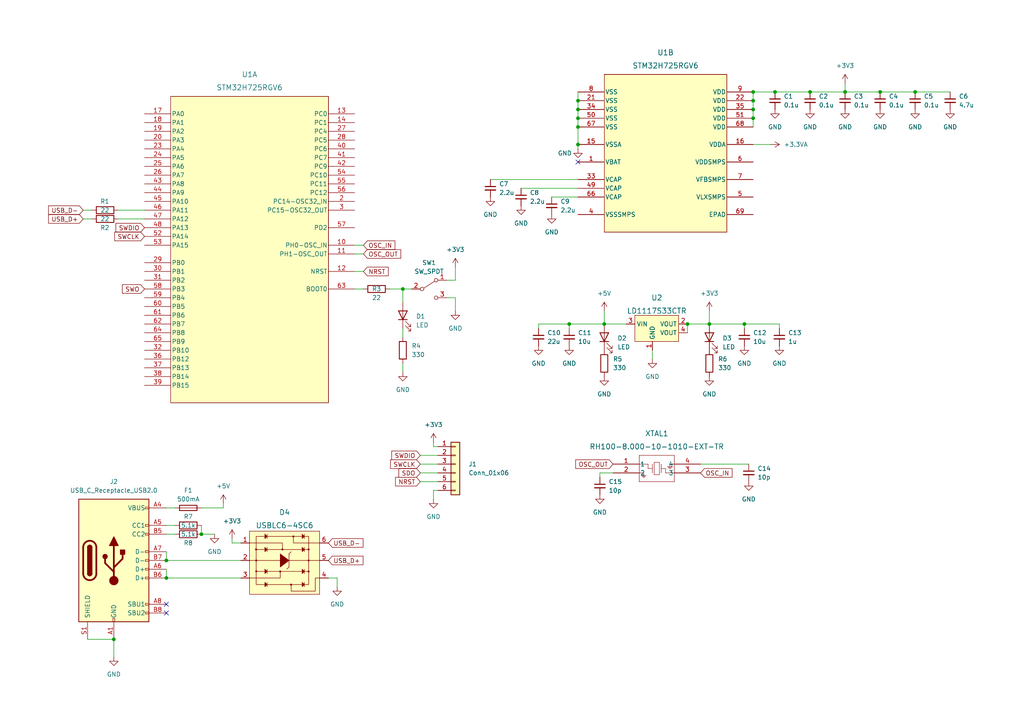
<source format=kicad_sch>
(kicad_sch (version 20211123) (generator eeschema)
  (paper "A4")
  (lib_symbols
    (symbol "Connector:USB_C_Receptacle_USB2.0" (pin_names (offset 1.016))
      (property "Reference" "J" (at -10.16 19.05 0))
      (property "Value" "USB_C_Receptacle_USB2.0" (at 19.05 19.05 0))
      (symbol "USB_C_Receptacle_USB2.0_0_0"
        (rectangle (start -0.254 -17.78) (end 0.254 -16.764))
        (rectangle (start 10.16 -14.986) (end 9.144 -15.494))
        (rectangle (start 10.16 -12.446) (end 9.144 -12.954))
        (rectangle (start 10.16 -4.826) (end 9.144 -5.334))
        (rectangle (start 10.16 -2.286) (end 9.144 -2.794))
        (rectangle (start 10.16 0.254) (end 9.144 -0.254))
        (rectangle (start 10.16 2.794) (end 9.144 2.286))
        (rectangle (start 10.16 7.874) (end 9.144 7.366))
        (rectangle (start 10.16 10.414) (end 9.144 9.906))
        (rectangle (start 10.16 15.494) (end 9.144 14.986))
      )
      (symbol "USB_C_Receptacle_USB2.0_0_1"
        (rectangle (start -10.16 17.78) (end 10.16 -17.78) (stroke (width 0.254)) (fill (type background)))
        (arc (start -8.89 -3.81) (mid -6.985 -5.715) (end -5.08 -3.81) (stroke (width 0.508)))
        (arc (start -7.62 -3.81) (mid -6.985 -4.445) (end -6.35 -3.81) (stroke (width 0.254)))
        (arc (start -7.62 -3.81) (mid -6.985 -4.445) (end -6.35 -3.81) (stroke (width 0.254)) (fill (type outline)))
        (rectangle (start -7.62 -3.81) (end -6.35 3.81) (stroke (width 0.254)) (fill (type outline)))
        (arc (start -6.35 3.81) (mid -6.985 4.445) (end -7.62 3.81) (stroke (width 0.254)))
        (arc (start -6.35 3.81) (mid -6.985 4.445) (end -7.62 3.81) (stroke (width 0.254)) (fill (type outline)))
        (arc (start -5.08 3.81) (mid -6.985 5.715) (end -8.89 3.81) (stroke (width 0.508)))
        (circle (center -2.54 1.143) (radius 0.635) (stroke (width 0.254)) (fill (type outline)))
        (circle (center 0 -5.842) (radius 1.27) (fill (type outline)))
        (polyline (pts (xy -8.89 -3.81) (xy -8.89 3.81)) (stroke (width 0.508)))
        (polyline (pts (xy -5.08 3.81) (xy -5.08 -3.81)) (stroke (width 0.508)))
        (polyline (pts (xy 0 -5.842) (xy 0 4.318)) (stroke (width 0.508)))
        (polyline (pts (xy 0 -3.302) (xy -2.54 -0.762) (xy -2.54 0.508)) (stroke (width 0.508)))
        (polyline (pts (xy 0 -2.032) (xy 2.54 0.508) (xy 2.54 1.778)) (stroke (width 0.508)))
        (polyline (pts (xy -1.27 4.318) (xy 0 6.858) (xy 1.27 4.318) (xy -1.27 4.318)) (stroke (width 0.254)) (fill (type outline)))
        (rectangle (start 1.905 1.778) (end 3.175 3.048) (stroke (width 0.254)) (fill (type outline)))
      )
      (symbol "USB_C_Receptacle_USB2.0_1_1"
        (pin passive line (at 0 -22.86 90) (length 5.08) (name "GND") (number "A1"))
        (pin passive line (at 0 -22.86 90) (length 5.08) hide (name "GND") (number "A12"))
        (pin passive line (at 15.24 15.24 180) (length 5.08) (name "VBUS") (number "A4"))
        (pin bidirectional line (at 15.24 10.16 180) (length 5.08) (name "CC1") (number "A5"))
        (pin bidirectional line (at 15.24 -2.54 180) (length 5.08) (name "D+") (number "A6"))
        (pin bidirectional line (at 15.24 2.54 180) (length 5.08) (name "D-") (number "A7"))
        (pin bidirectional line (at 15.24 -12.7 180) (length 5.08) (name "SBU1") (number "A8"))
        (pin passive line (at 15.24 15.24 180) (length 5.08) hide (name "VBUS") (number "A9"))
        (pin passive line (at 0 -22.86 90) (length 5.08) hide (name "GND") (number "B1"))
        (pin passive line (at 0 -22.86 90) (length 5.08) hide (name "GND") (number "B12"))
        (pin passive line (at 15.24 15.24 180) (length 5.08) hide (name "VBUS") (number "B4"))
        (pin bidirectional line (at 15.24 7.62 180) (length 5.08) (name "CC2") (number "B5"))
        (pin bidirectional line (at 15.24 -5.08 180) (length 5.08) (name "D+") (number "B6"))
        (pin bidirectional line (at 15.24 0 180) (length 5.08) (name "D-") (number "B7"))
        (pin bidirectional line (at 15.24 -15.24 180) (length 5.08) (name "SBU2") (number "B8"))
        (pin passive line (at 15.24 15.24 180) (length 5.08) hide (name "VBUS") (number "B9"))
        (pin passive line (at -7.62 -22.86 90) (length 5.08) (name "SHIELD") (number "S1"))
      )
    )
    (symbol "Connector_Generic:Conn_01x06" (pin_names (offset 1.016) hide)
      (property "Reference" "J" (at 0 7.62 0))
      (property "Value" "Conn_01x06" (at 0 -10.16 0))
      (symbol "Conn_01x06_1_1"
        (rectangle (start -1.27 -7.493) (end 0 -7.747) (stroke (width 0.1524)))
        (rectangle (start -1.27 -4.953) (end 0 -5.207) (stroke (width 0.1524)))
        (rectangle (start -1.27 -2.413) (end 0 -2.667) (stroke (width 0.1524)))
        (rectangle (start -1.27 0.127) (end 0 -0.127) (stroke (width 0.1524)))
        (rectangle (start -1.27 2.667) (end 0 2.413) (stroke (width 0.1524)))
        (rectangle (start -1.27 5.207) (end 0 4.953) (stroke (width 0.1524)))
        (rectangle (start -1.27 6.35) (end 1.27 -8.89) (stroke (width 0.254)) (fill (type background)))
        (pin passive line (at -5.08 5.08 0) (length 3.81) (name "Pin_1") (number "1"))
        (pin passive line (at -5.08 2.54 0) (length 3.81) (name "Pin_2") (number "2"))
        (pin passive line (at -5.08 0 0) (length 3.81) (name "Pin_3") (number "3"))
        (pin passive line (at -5.08 -2.54 0) (length 3.81) (name "Pin_4") (number "4"))
        (pin passive line (at -5.08 -5.08 0) (length 3.81) (name "Pin_5") (number "5"))
        (pin passive line (at -5.08 -7.62 0) (length 3.81) (name "Pin_6") (number "6"))
      )
    )
    (symbol "Device:C_Small" (pin_numbers hide) (pin_names (offset 0.254) hide)
      (property "Reference" "C" (at 0.254 1.778 0))
      (property "Value" "C_Small" (at 0.254 -2.032 0))
      (symbol "C_Small_0_1"
        (polyline (pts (xy -1.524 -0.508) (xy 1.524 -0.508)) (stroke (width 0.3302)))
        (polyline (pts (xy -1.524 0.508) (xy 1.524 0.508)) (stroke (width 0.3048)))
      )
      (symbol "C_Small_1_1"
        (pin passive line (at 0 2.54 270) (length 2.032) (name "~") (number "1"))
        (pin passive line (at 0 -2.54 90) (length 2.032) (name "~") (number "2"))
      )
    )
    (symbol "Device:Fuse" (pin_numbers hide) (pin_names (offset 0))
      (property "Reference" "F" (at 2.032 0 90))
      (property "Value" "Fuse" (at -1.905 0 90))
      (symbol "Fuse_0_1"
        (rectangle (start -0.762 -2.54) (end 0.762 2.54) (stroke (width 0.254)))
        (polyline (pts (xy 0 2.54) (xy 0 -2.54)))
      )
      (symbol "Fuse_1_1"
        (pin passive line (at 0 3.81 270) (length 1.27) (name "~") (number "1"))
        (pin passive line (at 0 -3.81 90) (length 1.27) (name "~") (number "2"))
      )
    )
    (symbol "Device:LED" (pin_numbers hide) (pin_names (offset 1.016) hide)
      (property "Reference" "D" (at 0 2.54 0))
      (property "Value" "LED" (at 0 -2.54 0))
      (symbol "LED_0_1"
        (polyline (pts (xy -1.27 -1.27) (xy -1.27 1.27)) (stroke (width 0.254)))
        (polyline (pts (xy -1.27 0) (xy 1.27 0)))
        (polyline (pts (xy 1.27 -1.27) (xy 1.27 1.27) (xy -1.27 0) (xy 1.27 -1.27)) (stroke (width 0.254)))
        (polyline (pts (xy -3.048 -0.762) (xy -4.572 -2.286) (xy -3.81 -2.286) (xy -4.572 -2.286) (xy -4.572 -1.524)))
        (polyline (pts (xy -1.778 -0.762) (xy -3.302 -2.286) (xy -2.54 -2.286) (xy -3.302 -2.286) (xy -3.302 -1.524)))
      )
      (symbol "LED_1_1"
        (pin passive line (at -3.81 0 0) (length 2.54) (name "K") (number "1"))
        (pin passive line (at 3.81 0 180) (length 2.54) (name "A") (number "2"))
      )
    )
    (symbol "Device:R" (pin_numbers hide) (pin_names (offset 0))
      (property "Reference" "R" (at 2.032 0 90))
      (property "Value" "R" (at 0 0 90))
      (symbol "R_0_1"
        (rectangle (start -1.016 -2.54) (end 1.016 2.54) (stroke (width 0.254)))
      )
      (symbol "R_1_1"
        (pin passive line (at 0 3.81 270) (length 1.27) (name "~") (number "1"))
        (pin passive line (at 0 -3.81 90) (length 1.27) (name "~") (number "2"))
      )
    )
    (symbol "RH100_8_00_10_1010_EXT_TR:RH100-8.000-10-1010-EXT-TR" (pin_names (offset 0.254))
      (property "Reference" "XTAL" (at 12.7 7.62 0))
      (property "Value" "RH100-8.000-10-1010-EXT-TR" (at 12.7 5.08 0))
      (symbol "RH100-8.000-10-1010-EXT-TR_0_1"
        (polyline (pts (xy 7.62 -5.08) (xy 17.78 -5.08)) (stroke (width 0.127)))
        (polyline (pts (xy 7.62 -2.54) (xy 8.89 -2.54)) (stroke (width 0.127)))
        (polyline (pts (xy 7.62 2.54) (xy 7.62 -5.08)) (stroke (width 0.127)))
        (polyline (pts (xy 8.128 -3.302) (xy 9.652 -3.302)) (stroke (width 0.127)))
        (polyline (pts (xy 8.382 -3.556) (xy 9.398 -3.556)) (stroke (width 0.127)))
        (polyline (pts (xy 8.636 -3.81) (xy 9.144 -3.81)) (stroke (width 0.127)))
        (polyline (pts (xy 8.89 -2.54) (xy 8.89 -3.302)) (stroke (width 0.127)))
        (polyline (pts (xy 10.16 -1.27) (xy 10.16 0)) (stroke (width 0.127)))
        (polyline (pts (xy 10.16 0) (xy 7.62 0)) (stroke (width 0.127)))
        (polyline (pts (xy 11.43 -1.27) (xy 10.16 -1.27)) (stroke (width 0.127)))
        (polyline (pts (xy 11.43 0) (xy 11.43 -2.54)) (stroke (width 0.127)))
        (polyline (pts (xy 11.938 -3.048) (xy 13.462 -3.048)) (stroke (width 0.127)))
        (polyline (pts (xy 11.938 0.508) (xy 11.938 -3.048)) (stroke (width 0.127)))
        (polyline (pts (xy 13.462 -3.048) (xy 13.462 0.508)) (stroke (width 0.127)))
        (polyline (pts (xy 13.462 0.508) (xy 11.938 0.508)) (stroke (width 0.127)))
        (polyline (pts (xy 13.97 -1.27) (xy 15.24 -1.27)) (stroke (width 0.127)))
        (polyline (pts (xy 13.97 0) (xy 13.97 -2.54)) (stroke (width 0.127)))
        (polyline (pts (xy 15.24 -2.54) (xy 17.78 -2.54)) (stroke (width 0.127)))
        (polyline (pts (xy 15.24 -1.27) (xy 15.24 -2.54)) (stroke (width 0.127)))
        (polyline (pts (xy 16.51 0) (xy 16.51 -0.762)) (stroke (width 0.127)))
        (polyline (pts (xy 16.764 -1.27) (xy 16.256 -1.27)) (stroke (width 0.127)))
        (polyline (pts (xy 17.018 -1.016) (xy 16.002 -1.016)) (stroke (width 0.127)))
        (polyline (pts (xy 17.272 -0.762) (xy 15.748 -0.762)) (stroke (width 0.127)))
        (polyline (pts (xy 17.78 -5.08) (xy 17.78 2.54)) (stroke (width 0.127)))
        (polyline (pts (xy 17.78 0) (xy 16.51 0)) (stroke (width 0.127)))
        (polyline (pts (xy 17.78 2.54) (xy 7.62 2.54)) (stroke (width 0.127)))
        (pin unspecified line (at 0 0 0) (length 7.62) (name "1") (number "1"))
        (pin unspecified line (at 0 -2.54 0) (length 7.62) (name "2") (number "2"))
        (pin unspecified line (at 25.4 -2.54 180) (length 7.62) (name "3") (number "3"))
        (pin unspecified line (at 25.4 0 180) (length 7.62) (name "4") (number "4"))
      )
    )
    (symbol "STM32H725RGV6_1" (pin_names (offset 0.254))
      (property "Reference" "U" (at 30.48 10.16 0))
      (property "Value" "STM32H725RGV6_1" (at 30.48 7.62 0))
      (symbol "STM32H725RGV6_1_0_1"
        (rectangle (start 7.62 5.08) (end 43.18 -40.64) (fill (type background)))
      )
      (symbol "STM32H725RGV6_1_1_1"
        (polyline (pts (xy 7.62 -83.82) (xy 53.34 -83.82)) (stroke (width 0.127)))
        (polyline (pts (xy 7.62 5.08) (xy 7.62 -83.82)) (stroke (width 0.127)))
        (polyline (pts (xy 53.34 -83.82) (xy 53.34 5.08)) (stroke (width 0.127)))
        (polyline (pts (xy 53.34 5.08) (xy 7.62 5.08)) (stroke (width 0.127)))
        (pin bidirectional line (at 60.96 -38.1 180) (length 7.62) (name "PH0-OSC_IN") (number "10"))
        (pin bidirectional line (at 60.96 -40.64 180) (length 7.62) (name "PH1-OSC_OUT") (number "11"))
        (pin bidirectional line (at 60.96 -45.72 180) (length 7.62) (name "NRST") (number "12"))
        (pin bidirectional line (at 60.96 0 180) (length 7.62) (name "PC0") (number "13"))
        (pin bidirectional line (at 60.96 -2.54 180) (length 7.62) (name "PC1") (number "14"))
        (pin bidirectional line (at 0 0 0) (length 7.62) (name "PA0") (number "17"))
        (pin bidirectional line (at 0 -2.54 0) (length 7.62) (name "PA1") (number "18"))
        (pin bidirectional line (at 0 -5.08 0) (length 7.62) (name "PA2") (number "19"))
        (pin bidirectional line (at 60.96 -25.4 180) (length 7.62) (name "PC14-OSC32_IN") (number "2"))
        (pin bidirectional line (at 0 -7.62 0) (length 7.62) (name "PA3") (number "20"))
        (pin bidirectional line (at 0 -10.16 0) (length 7.62) (name "PA4") (number "23"))
        (pin bidirectional line (at 0 -12.7 0) (length 7.62) (name "PA5") (number "24"))
        (pin bidirectional line (at 0 -15.24 0) (length 7.62) (name "PA6") (number "25"))
        (pin bidirectional line (at 0 -17.78 0) (length 7.62) (name "PA7") (number "26"))
        (pin bidirectional line (at 60.96 -5.08 180) (length 7.62) (name "PC4") (number "27"))
        (pin bidirectional line (at 60.96 -7.62 180) (length 7.62) (name "PC5") (number "28"))
        (pin bidirectional line (at 0 -43.18 0) (length 7.62) (name "PB0") (number "29"))
        (pin bidirectional line (at 60.96 -27.94 180) (length 7.62) (name "PC15-OSC32_OUT") (number "3"))
        (pin bidirectional line (at 0 -45.72 0) (length 7.62) (name "PB1") (number "30"))
        (pin bidirectional line (at 0 -48.26 0) (length 7.62) (name "PB2") (number "31"))
        (pin bidirectional line (at 0 -68.58 0) (length 7.62) (name "PB10") (number "32"))
        (pin bidirectional line (at 0 -71.12 0) (length 7.62) (name "PB12") (number "36"))
        (pin bidirectional line (at 0 -73.66 0) (length 7.62) (name "PB13") (number "37"))
        (pin bidirectional line (at 0 -76.2 0) (length 7.62) (name "PB14") (number "38"))
        (pin bidirectional line (at 0 -78.74 0) (length 7.62) (name "PB15") (number "39"))
        (pin bidirectional line (at 60.96 -10.16 180) (length 7.62) (name "PC6") (number "40"))
        (pin bidirectional line (at 60.96 -12.7 180) (length 7.62) (name "PC7") (number "41"))
        (pin bidirectional line (at 60.96 -15.24 180) (length 7.62) (name "PC9") (number "42"))
        (pin bidirectional line (at 0 -20.32 0) (length 7.62) (name "PA8") (number "43"))
        (pin bidirectional line (at 0 -22.86 0) (length 7.62) (name "PA9") (number "44"))
        (pin bidirectional line (at 0 -25.4 0) (length 7.62) (name "PA10") (number "45"))
        (pin bidirectional line (at 0 -27.94 0) (length 7.62) (name "PA11") (number "46"))
        (pin bidirectional line (at 0 -30.48 0) (length 7.62) (name "PA12") (number "47"))
        (pin bidirectional line (at 0 -33.02 0) (length 7.62) (name "PA13") (number "48"))
        (pin bidirectional line (at 0 -35.56 0) (length 7.62) (name "PA14") (number "52"))
        (pin bidirectional line (at 0 -38.1 0) (length 7.62) (name "PA15") (number "53"))
        (pin bidirectional line (at 60.96 -17.78 180) (length 7.62) (name "PC10") (number "54"))
        (pin bidirectional line (at 60.96 -20.32 180) (length 7.62) (name "PC11") (number "55"))
        (pin bidirectional line (at 60.96 -22.86 180) (length 7.62) (name "PC12") (number "56"))
        (pin bidirectional line (at 60.96 -33.02 180) (length 7.62) (name "PD2") (number "57"))
        (pin bidirectional line (at 0 -50.8 0) (length 7.62) (name "PB3") (number "58"))
        (pin bidirectional line (at 0 -53.34 0) (length 7.62) (name "PB4") (number "59"))
        (pin bidirectional line (at 0 -55.88 0) (length 7.62) (name "PB5") (number "60"))
        (pin bidirectional line (at 0 -58.42 0) (length 7.62) (name "PB6") (number "61"))
        (pin bidirectional line (at 0 -60.96 0) (length 7.62) (name "PB7") (number "62"))
        (pin input line (at 60.96 -50.8 180) (length 7.62) (name "BOOT0") (number "63"))
        (pin bidirectional line (at 0 -63.5 0) (length 7.62) (name "PB8") (number "64"))
        (pin bidirectional line (at 0 -66.04 0) (length 7.62) (name "PB9") (number "65"))
      )
      (symbol "STM32H725RGV6_1_2_1"
        (polyline (pts (xy 7.62 -40.64) (xy 43.18 -40.64)) (stroke (width 0.127)))
        (polyline (pts (xy 7.62 5.08) (xy 7.62 -40.64)) (stroke (width 0.127)))
        (polyline (pts (xy 43.18 -40.64) (xy 43.18 5.08)) (stroke (width 0.127)))
        (polyline (pts (xy 43.18 5.08) (xy 7.62 5.08)) (stroke (width 0.127)))
        (pin power_in line (at 0 -20.32 0) (length 7.62) (name "VBAT") (number "1"))
        (pin power_in line (at 0 -15.24 0) (length 7.62) (name "VSSA") (number "15"))
        (pin power_in line (at 50.8 -15.24 180) (length 7.62) (name "VDDA") (number "16"))
        (pin power_in line (at 0 -2.54 0) (length 7.62) (name "VSS") (number "21"))
        (pin power_in line (at 50.8 -2.54 180) (length 7.62) (name "VDD") (number "22"))
        (pin power_in line (at 0 -25.4 0) (length 7.62) (name "VCAP") (number "33"))
        (pin power_in line (at 0 -5.08 0) (length 7.62) (name "VSS") (number "34"))
        (pin power_in line (at 50.8 -5.08 180) (length 7.62) (name "VDD") (number "35"))
        (pin power_in line (at 0 -35.56 0) (length 7.62) (name "VSSSMPS") (number "4"))
        (pin power_in line (at 0 -27.94 0) (length 7.62) (name "VCAP") (number "49"))
        (pin power_in line (at 50.8 -30.48 180) (length 7.62) (name "VLXSMPS") (number "5"))
        (pin power_in line (at 0 -7.62 0) (length 7.62) (name "VSS") (number "50"))
        (pin power_in line (at 50.8 -7.62 180) (length 7.62) (name "VDD") (number "51"))
        (pin power_in line (at 50.8 -20.32 180) (length 7.62) (name "VDDSMPS") (number "6"))
        (pin power_in line (at 0 -30.48 0) (length 7.62) (name "VCAP") (number "66"))
        (pin power_in line (at 0 -10.16 0) (length 7.62) (name "VSS") (number "67"))
        (pin power_in line (at 50.8 -10.16 180) (length 7.62) (name "VDD") (number "68"))
        (pin unspecified line (at 50.8 -35.56 180) (length 7.62) (name "EPAD") (number "69"))
        (pin power_in line (at 50.8 -25.4 180) (length 7.62) (name "VFBSMPS") (number "7"))
        (pin power_in line (at 0 0 0) (length 7.62) (name "VSS") (number "8"))
        (pin power_in line (at 50.8 0 180) (length 7.62) (name "VDD") (number "9"))
      )
    )
    (symbol "Switch:SW_SPDT" (pin_names (offset 0) hide)
      (property "Reference" "SW" (at 0 4.318 0))
      (property "Value" "SW_SPDT" (at 0 -5.08 0))
      (symbol "SW_SPDT_0_0"
        (circle (center -2.032 0) (radius 0.508))
        (circle (center 2.032 -2.54) (radius 0.508))
      )
      (symbol "SW_SPDT_0_1"
        (polyline (pts (xy -1.524 0.254) (xy 1.651 2.286)))
        (circle (center 2.032 2.54) (radius 0.508))
      )
      (symbol "SW_SPDT_1_1"
        (pin passive line (at 5.08 2.54 180) (length 2.54) (name "A") (number "1"))
        (pin passive line (at -5.08 0 0) (length 2.54) (name "B") (number "2"))
        (pin passive line (at 5.08 -2.54 180) (length 2.54) (name "C") (number "3"))
      )
    )
    (symbol "dk_PMIC-Voltage-Regulators-Linear:LD1117S33CTR"
      (property "Reference" "U" (at 1.27 3.81 0))
      (property "Value" "LD1117S33CTR" (at 1.27 6.35 0))
      (symbol "LD1117S33CTR_1_1"
        (rectangle (start -5.08 2.54) (end 7.62 -5.08) (fill (type background)))
        (pin power_in line (at 0 -7.62 90) (length 2.54) (name "GND") (number "1"))
        (pin power_out line (at 10.16 0 180) (length 2.54) (name "VOUT") (number "2"))
        (pin power_in line (at -7.62 0 0) (length 2.54) (name "VIN") (number "3"))
        (pin power_out line (at 10.16 -2.54 180) (length 2.54) (name "VOUT") (number "4"))
      )
    )
    (symbol "dk_TVS-Diodes:USBLC6-4SC6" (pin_names (offset 1.016))
      (property "Reference" "D" (at -10.16 9.652 0))
      (property "Value" "USBLC6-4SC6" (at 0 -11.176 0))
      (symbol "USBLC6-4SC6_0_1"
        (rectangle (start -10.16 8.509) (end 10.16 -9.779) (fill (type background)))
        (circle (center -8.2804 3.2004) (radius 0.2032) (fill (type outline)))
        (circle (center -8.2296 -3.1496) (radius 0.2032) (fill (type outline)))
        (circle (center -8.2296 0) (radius 0.2032) (fill (type outline)))
        (circle (center -1.27 -3.2004) (radius 0.2032) (fill (type outline)))
        (circle (center -0.635 3.2004) (radius 0.2032) (fill (type outline)))
        (polyline (pts (xy -5.715 -3.175) (xy -8.255 -3.175)))
        (polyline (pts (xy -5.715 3.175) (xy -8.255 3.175)))
        (polyline (pts (xy -5.08 -6.985) (xy 5.08 -6.985)))
        (polyline (pts (xy -5.08 -6.35) (xy -5.08 -7.62)))
        (polyline (pts (xy -5.08 -3.175) (xy 5.08 -3.175)))
        (polyline (pts (xy -5.08 -2.54) (xy -5.08 -3.81)))
        (polyline (pts (xy -5.08 3.175) (xy 5.08 3.175)))
        (polyline (pts (xy -5.08 3.81) (xy -5.08 2.54)))
        (polyline (pts (xy -5.08 6.985) (xy 5.08 6.985)))
        (polyline (pts (xy -5.08 7.62) (xy -5.08 6.35)))
        (polyline (pts (xy 1.27 -1.905) (xy 0.635 -2.54)))
        (polyline (pts (xy 1.27 1.905) (xy 1.27 -1.905)))
        (polyline (pts (xy 1.27 1.905) (xy 1.905 2.54)))
        (polyline (pts (xy 5.715 -6.35) (xy 5.715 -7.62)))
        (polyline (pts (xy 5.715 -3.175) (xy 6.985 -3.175)))
        (polyline (pts (xy 5.715 -2.54) (xy 5.715 -3.81)))
        (polyline (pts (xy 5.715 3.175) (xy 6.985 3.175)))
        (polyline (pts (xy 5.715 3.81) (xy 5.715 2.54)))
        (polyline (pts (xy 5.715 6.35) (xy 5.715 6.35)))
        (polyline (pts (xy 5.715 7.62) (xy 5.715 6.35)))
        (polyline (pts (xy 6.985 0) (xy 1.27 0)))
        (polyline (pts (xy 6.985 3.175) (xy 6.985 3.175)))
        (polyline (pts (xy 10.16 0) (xy 6.985 0)))
        (polyline (pts (xy -10.16 -5.08) (xy -1.27 -5.08) (xy -1.27 -3.175)))
        (polyline (pts (xy -10.16 0) (xy -8.255 0) (xy -1.27 0)))
        (polyline (pts (xy -10.16 5.08) (xy -0.635 5.08) (xy -0.635 3.175)))
        (polyline (pts (xy 10.16 5.08) (xy 2.54 5.08) (xy 2.54 6.985)))
        (polyline (pts (xy -5.715 -6.35) (xy -5.715 -7.62) (xy -5.08 -6.985) (xy -5.715 -6.35)) (fill (type outline)))
        (polyline (pts (xy -5.715 -2.54) (xy -5.715 -3.81) (xy -5.08 -3.175) (xy -5.715 -2.54)) (fill (type outline)))
        (polyline (pts (xy -5.715 3.81) (xy -5.715 2.54) (xy -5.08 3.175) (xy -5.715 3.81)) (fill (type outline)))
        (polyline (pts (xy -5.715 7.62) (xy -5.715 6.35) (xy -5.08 6.985) (xy -5.715 7.62)) (fill (type outline)))
        (polyline (pts (xy -1.27 1.905) (xy -1.27 -1.905) (xy 1.27 0) (xy -1.27 1.905)) (fill (type outline)))
        (polyline (pts (xy 5.08 -6.35) (xy 5.08 -7.62) (xy 5.715 -6.985) (xy 5.08 -6.35)) (fill (type outline)))
        (polyline (pts (xy 5.08 -2.54) (xy 5.08 -3.81) (xy 5.715 -3.175) (xy 5.08 -2.54)) (fill (type outline)))
        (polyline (pts (xy 5.08 3.81) (xy 5.08 2.54) (xy 5.715 3.175) (xy 5.08 3.81)) (fill (type outline)))
        (polyline (pts (xy 5.08 7.62) (xy 5.08 6.35) (xy 5.715 6.985) (xy 5.08 7.62)) (fill (type outline)))
        (polyline (pts (xy 10.16 -5.08) (xy 8.89 -5.08) (xy 8.89 -8.89) (xy 1.905 -8.89) (xy 1.905 -6.985)))
        (circle (center 1.8796 -7.0104) (radius 0.2032) (fill (type outline)))
        (circle (center 2.54 6.9596) (radius 0.2032) (fill (type outline)))
        (circle (center 6.9596 -3.2004) (radius 0.2032) (fill (type outline)))
        (circle (center 6.9596 0) (radius 0.2032) (fill (type outline)))
        (circle (center 6.9596 3.2004) (radius 0.2032) (fill (type outline)))
      )
      (symbol "USBLC6-4SC6_1_1"
        (polyline (pts (xy -5.715 6.985) (xy -8.255 6.985) (xy -8.255 -6.985) (xy -5.715 -6.985)))
        (polyline (pts (xy 5.715 -6.985) (xy 6.985 -6.985) (xy 6.985 6.985) (xy 5.715 6.985)))
        (pin input line (at -12.7 5.08 0) (length 2.54) (name "~") (number "1"))
        (pin power_in line (at -12.7 0 0) (length 2.54) (name "~") (number "2"))
        (pin input line (at -12.7 -5.08 0) (length 2.54) (name "~") (number "3"))
        (pin input line (at 12.7 -5.08 180) (length 2.54) (name "~") (number "4"))
        (pin output line (at 12.7 0 180) (length 2.54) (name "~") (number "5"))
        (pin input line (at 12.7 5.08 180) (length 2.54) (name "~") (number "6"))
      )
    )
    (symbol "power:+3.3VA" (power) (pin_names (offset 0))
      (property "Value" "+3.3VA" (at 0 3.556 0))
      (symbol "+3.3VA_0_1"
        (polyline (pts (xy -0.762 1.27) (xy 0 2.54)))
        (polyline (pts (xy 0 0) (xy 0 2.54)))
        (polyline (pts (xy 0 2.54) (xy 0.762 1.27)))
      )
      (symbol "+3.3VA_1_1"
        (pin power_in line (at 0 0 90) (length 0) hide (name "+3.3VA") (number "1"))
      )
    )
    (symbol "power:+3V3" (power) (pin_names (offset 0))
      (property "Value" "+3V3" (at 0 3.556 0))
      (symbol "+3V3_0_1"
        (polyline (pts (xy -0.762 1.27) (xy 0 2.54)))
        (polyline (pts (xy 0 0) (xy 0 2.54)))
        (polyline (pts (xy 0 2.54) (xy 0.762 1.27)))
      )
      (symbol "+3V3_1_1"
        (pin power_in line (at 0 0 90) (length 0) hide (name "+3V3") (number "1"))
      )
    )
    (symbol "power:+5V" (power) (pin_names (offset 0))
      (property "Value" "+5V" (at 0 3.556 0))
      (symbol "+5V_0_1"
        (polyline (pts (xy -0.762 1.27) (xy 0 2.54)))
        (polyline (pts (xy 0 0) (xy 0 2.54)))
        (polyline (pts (xy 0 2.54) (xy 0.762 1.27)))
      )
      (symbol "+5V_1_1"
        (pin power_in line (at 0 0 90) (length 0) hide (name "+5V") (number "1"))
      )
    )
    (symbol "power:GND" (power) (pin_names (offset 0))
      (property "Value" "GND" (at 0 -3.81 0))
      (symbol "GND_0_1"
        (polyline (pts (xy 0 0) (xy 0 -1.27) (xy 1.27 -1.27) (xy 0 -2.54) (xy -1.27 -1.27) (xy 0 -1.27)))
      )
      (symbol "GND_1_1"
        (pin power_in line (at 0 0 270) (length 0) hide (name "GND") (number "1"))
      )
    )
    (symbol "stm32h725rgtv6:STM32H725RGV6" (pin_names (offset 0.254))
      (property "Reference" "U" (at 30.48 10.16 0))
      (property "Value" "STM32H725RGV6" (at 30.48 7.62 0))
      (symbol "STM32H725RGV6_0_1"
        (rectangle (start 7.62 5.08) (end 53.34 -83.82) (fill (type background)))
      )
      (symbol "STM32H725RGV6_1_1"
        (polyline (pts (xy 7.62 -83.82) (xy 53.34 -83.82)) (stroke (width 0.127)))
        (polyline (pts (xy 7.62 5.08) (xy 7.62 -83.82)) (stroke (width 0.127)))
        (polyline (pts (xy 53.34 -83.82) (xy 53.34 5.08)) (stroke (width 0.127)))
        (polyline (pts (xy 53.34 5.08) (xy 7.62 5.08)) (stroke (width 0.127)))
        (pin bidirectional line (at 60.96 -38.1 180) (length 7.62) (name "PH0-OSC_IN") (number "10"))
        (pin bidirectional line (at 60.96 -40.64 180) (length 7.62) (name "PH1-OSC_OUT") (number "11"))
        (pin bidirectional line (at 60.96 -45.72 180) (length 7.62) (name "NRST") (number "12"))
        (pin bidirectional line (at 60.96 0 180) (length 7.62) (name "PC0") (number "13"))
        (pin bidirectional line (at 60.96 -2.54 180) (length 7.62) (name "PC1") (number "14"))
        (pin bidirectional line (at 0 0 0) (length 7.62) (name "PA0") (number "17"))
        (pin bidirectional line (at 0 -2.54 0) (length 7.62) (name "PA1") (number "18"))
        (pin bidirectional line (at 0 -5.08 0) (length 7.62) (name "PA2") (number "19"))
        (pin bidirectional line (at 60.96 -25.4 180) (length 7.62) (name "PC14-OSC32_IN") (number "2"))
        (pin bidirectional line (at 0 -7.62 0) (length 7.62) (name "PA3") (number "20"))
        (pin bidirectional line (at 0 -10.16 0) (length 7.62) (name "PA4") (number "23"))
        (pin bidirectional line (at 0 -12.7 0) (length 7.62) (name "PA5") (number "24"))
        (pin bidirectional line (at 0 -15.24 0) (length 7.62) (name "PA6") (number "25"))
        (pin bidirectional line (at 0 -17.78 0) (length 7.62) (name "PA7") (number "26"))
        (pin bidirectional line (at 60.96 -5.08 180) (length 7.62) (name "PC4") (number "27"))
        (pin bidirectional line (at 60.96 -7.62 180) (length 7.62) (name "PC5") (number "28"))
        (pin bidirectional line (at 0 -43.18 0) (length 7.62) (name "PB0") (number "29"))
        (pin bidirectional line (at 60.96 -27.94 180) (length 7.62) (name "PC15-OSC32_OUT") (number "3"))
        (pin bidirectional line (at 0 -45.72 0) (length 7.62) (name "PB1") (number "30"))
        (pin bidirectional line (at 0 -48.26 0) (length 7.62) (name "PB2") (number "31"))
        (pin bidirectional line (at 0 -68.58 0) (length 7.62) (name "PB10") (number "32"))
        (pin bidirectional line (at 0 -71.12 0) (length 7.62) (name "PB12") (number "36"))
        (pin bidirectional line (at 0 -73.66 0) (length 7.62) (name "PB13") (number "37"))
        (pin bidirectional line (at 0 -76.2 0) (length 7.62) (name "PB14") (number "38"))
        (pin bidirectional line (at 0 -78.74 0) (length 7.62) (name "PB15") (number "39"))
        (pin bidirectional line (at 60.96 -10.16 180) (length 7.62) (name "PC6") (number "40"))
        (pin bidirectional line (at 60.96 -12.7 180) (length 7.62) (name "PC7") (number "41"))
        (pin bidirectional line (at 60.96 -15.24 180) (length 7.62) (name "PC9") (number "42"))
        (pin bidirectional line (at 0 -20.32 0) (length 7.62) (name "PA8") (number "43"))
        (pin bidirectional line (at 0 -22.86 0) (length 7.62) (name "PA9") (number "44"))
        (pin bidirectional line (at 0 -25.4 0) (length 7.62) (name "PA10") (number "45"))
        (pin bidirectional line (at 0 -27.94 0) (length 7.62) (name "PA11") (number "46"))
        (pin bidirectional line (at 0 -30.48 0) (length 7.62) (name "PA12") (number "47"))
        (pin bidirectional line (at 0 -33.02 0) (length 7.62) (name "PA13") (number "48"))
        (pin bidirectional line (at 0 -35.56 0) (length 7.62) (name "PA14") (number "52"))
        (pin bidirectional line (at 0 -38.1 0) (length 7.62) (name "PA15") (number "53"))
        (pin bidirectional line (at 60.96 -17.78 180) (length 7.62) (name "PC10") (number "54"))
        (pin bidirectional line (at 60.96 -20.32 180) (length 7.62) (name "PC11") (number "55"))
        (pin bidirectional line (at 60.96 -22.86 180) (length 7.62) (name "PC12") (number "56"))
        (pin bidirectional line (at 60.96 -33.02 180) (length 7.62) (name "PD2") (number "57"))
        (pin bidirectional line (at 0 -50.8 0) (length 7.62) (name "PB3") (number "58"))
        (pin bidirectional line (at 0 -53.34 0) (length 7.62) (name "PB4") (number "59"))
        (pin bidirectional line (at 0 -55.88 0) (length 7.62) (name "PB5") (number "60"))
        (pin bidirectional line (at 0 -58.42 0) (length 7.62) (name "PB6") (number "61"))
        (pin bidirectional line (at 0 -60.96 0) (length 7.62) (name "PB7") (number "62"))
        (pin input line (at 60.96 -50.8 180) (length 7.62) (name "BOOT0") (number "63"))
        (pin bidirectional line (at 0 -63.5 0) (length 7.62) (name "PB8") (number "64"))
        (pin bidirectional line (at 0 -66.04 0) (length 7.62) (name "PB9") (number "65"))
      )
      (symbol "STM32H725RGV6_2_1"
        (polyline (pts (xy 7.62 -40.64) (xy 43.18 -40.64)) (stroke (width 0.127)))
        (polyline (pts (xy 7.62 5.08) (xy 7.62 -40.64)) (stroke (width 0.127)))
        (polyline (pts (xy 43.18 -40.64) (xy 43.18 5.08)) (stroke (width 0.127)))
        (polyline (pts (xy 43.18 5.08) (xy 7.62 5.08)) (stroke (width 0.127)))
        (pin power_in line (at 0 -20.32 0) (length 7.62) (name "VBAT") (number "1"))
        (pin power_in line (at 0 -15.24 0) (length 7.62) (name "VSSA") (number "15"))
        (pin power_in line (at 50.8 -15.24 180) (length 7.62) (name "VDDA") (number "16"))
        (pin power_in line (at 0 -2.54 0) (length 7.62) (name "VSS") (number "21"))
        (pin power_in line (at 50.8 -2.54 180) (length 7.62) (name "VDD") (number "22"))
        (pin power_in line (at 0 -25.4 0) (length 7.62) (name "VCAP") (number "33"))
        (pin power_in line (at 0 -5.08 0) (length 7.62) (name "VSS") (number "34"))
        (pin power_in line (at 50.8 -5.08 180) (length 7.62) (name "VDD") (number "35"))
        (pin power_in line (at 0 -35.56 0) (length 7.62) (name "VSSSMPS") (number "4"))
        (pin power_in line (at 0 -27.94 0) (length 7.62) (name "VCAP") (number "49"))
        (pin power_in line (at 50.8 -30.48 180) (length 7.62) (name "VLXSMPS") (number "5"))
        (pin power_in line (at 0 -7.62 0) (length 7.62) (name "VSS") (number "50"))
        (pin power_in line (at 50.8 -7.62 180) (length 7.62) (name "VDD") (number "51"))
        (pin power_in line (at 50.8 -20.32 180) (length 7.62) (name "VDDSMPS") (number "6"))
        (pin power_in line (at 0 -30.48 0) (length 7.62) (name "VCAP") (number "66"))
        (pin power_in line (at 0 -10.16 0) (length 7.62) (name "VSS") (number "67"))
        (pin power_in line (at 50.8 -10.16 180) (length 7.62) (name "VDD") (number "68"))
        (pin unspecified line (at 50.8 -35.56 180) (length 7.62) (name "EPAD") (number "69"))
        (pin power_in line (at 50.8 -25.4 180) (length 7.62) (name "VFBSMPS") (number "7"))
        (pin power_in line (at 0 0 0) (length 7.62) (name "VSS") (number "8"))
        (pin power_in line (at 50.8 0 180) (length 7.62) (name "VDD") (number "9"))
      )
    )
  )
  (junction (at 199.39 93.98))
  (junction (at 224.79 26.67))
  (junction (at 167.64 41.91))
  (junction (at 48.26 167.64))
  (junction (at 167.64 34.29))
  (junction (at 234.95 26.67))
  (junction (at 58.42 154.94))
  (junction (at 167.64 31.75))
  (junction (at 116.84 83.82))
  (junction (at 255.27 26.67))
  (junction (at 167.64 36.83))
  (junction (at 218.44 26.67))
  (junction (at 33.02 185.42))
  (junction (at 205.74 93.98))
  (junction (at 265.43 26.67))
  (junction (at 218.44 31.75))
  (junction (at 165.1 93.98))
  (junction (at 218.44 29.21))
  (junction (at 48.26 162.56))
  (junction (at 167.64 29.21))
  (junction (at 215.9 93.98))
  (junction (at 245.11 26.67))
  (junction (at 175.26 93.98))
  (junction (at 218.44 34.29))
  (no_connect (at 48.26 175.26))
  (no_connect (at 167.64 46.99))
  (no_connect (at 48.26 177.8))
  (wire (pts (xy 255.27 26.67) (xy 245.11 26.67)))
  (wire (pts (xy 102.87 83.82) (xy 105.41 83.82)))
  (wire (pts (xy 160.02 57.15) (xy 167.64 57.15)))
  (wire (pts (xy 102.87 78.74) (xy 105.41 78.74)))
  (wire (pts (xy 121.92 137.16) (xy 127 137.16)))
  (wire (pts (xy 132.08 86.36) (xy 132.08 90.17)))
  (wire (pts (xy 151.13 54.61) (xy 167.64 54.61)))
  (wire (pts (xy 218.44 31.75) (xy 218.44 29.21)))
  (wire (pts (xy 218.44 36.83) (xy 218.44 34.29)))
  (wire (pts (xy 129.54 81.28) (xy 132.08 81.28)))
  (wire (pts (xy 167.64 26.67) (xy 167.64 29.21)))
  (wire (pts (xy 58.42 154.94) (xy 62.23 154.94)))
  (wire (pts (xy 142.24 52.07) (xy 167.64 52.07)))
  (wire (pts (xy 165.1 93.98) (xy 175.26 93.98)))
  (wire (pts (xy 67.31 157.48) (xy 67.31 156.21)))
  (wire (pts (xy 58.42 147.32) (xy 64.77 147.32)))
  (wire (pts (xy 177.8 137.16) (xy 173.99 137.16)))
  (wire (pts (xy 24.13 63.5) (xy 26.67 63.5)))
  (wire (pts (xy 121.92 132.08) (xy 127 132.08)))
  (wire (pts (xy 48.26 160.02) (xy 48.26 162.56)))
  (wire (pts (xy 189.23 101.6) (xy 189.23 104.14)))
  (wire (pts (xy 33.02 185.42) (xy 33.02 190.5)))
  (wire (pts (xy 95.25 167.64) (xy 97.79 167.64)))
  (wire (pts (xy 199.39 93.98) (xy 205.74 93.98)))
  (wire (pts (xy 132.08 86.36) (xy 129.54 86.36)))
  (wire (pts (xy 167.64 43.18) (xy 167.64 41.91)))
  (wire (pts (xy 205.74 93.98) (xy 205.74 90.17)))
  (wire (pts (xy 165.1 95.25) (xy 165.1 93.98)))
  (wire (pts (xy 215.9 93.98) (xy 205.74 93.98)))
  (wire (pts (xy 34.29 63.5) (xy 41.91 63.5)))
  (wire (pts (xy 218.44 26.67) (xy 224.79 26.67)))
  (wire (pts (xy 167.64 36.83) (xy 167.64 41.91)))
  (wire (pts (xy 58.42 152.4) (xy 58.42 154.94)))
  (wire (pts (xy 127 129.54) (xy 125.73 129.54)))
  (wire (pts (xy 226.06 95.25) (xy 226.06 93.98)))
  (wire (pts (xy 48.26 165.1) (xy 48.26 167.64)))
  (wire (pts (xy 234.95 26.67) (xy 224.79 26.67)))
  (wire (pts (xy 127 142.24) (xy 125.73 142.24)))
  (wire (pts (xy 275.59 26.67) (xy 265.43 26.67)))
  (wire (pts (xy 156.21 93.98) (xy 165.1 93.98)))
  (wire (pts (xy 245.11 26.67) (xy 245.11 24.13)))
  (wire (pts (xy 125.73 129.54) (xy 125.73 128.27)))
  (wire (pts (xy 173.99 137.16) (xy 173.99 138.43)))
  (wire (pts (xy 64.77 147.32) (xy 64.77 146.05)))
  (wire (pts (xy 24.13 60.96) (xy 26.67 60.96)))
  (wire (pts (xy 199.39 96.52) (xy 199.39 93.98)))
  (wire (pts (xy 116.84 95.25) (xy 116.84 97.79)))
  (wire (pts (xy 121.92 134.62) (xy 127 134.62)))
  (wire (pts (xy 175.26 93.98) (xy 181.61 93.98)))
  (wire (pts (xy 167.64 29.21) (xy 167.64 31.75)))
  (wire (pts (xy 215.9 95.25) (xy 215.9 93.98)))
  (wire (pts (xy 48.26 154.94) (xy 50.8 154.94)))
  (wire (pts (xy 48.26 152.4) (xy 50.8 152.4)))
  (wire (pts (xy 167.64 31.75) (xy 167.64 34.29)))
  (wire (pts (xy 116.84 83.82) (xy 119.38 83.82)))
  (wire (pts (xy 25.4 185.42) (xy 33.02 185.42)))
  (wire (pts (xy 69.85 157.48) (xy 67.31 157.48)))
  (wire (pts (xy 116.84 83.82) (xy 116.84 87.63)))
  (wire (pts (xy 167.64 34.29) (xy 167.64 36.83)))
  (wire (pts (xy 34.29 60.96) (xy 41.91 60.96)))
  (wire (pts (xy 245.11 26.67) (xy 234.95 26.67)))
  (wire (pts (xy 102.87 73.66) (xy 105.41 73.66)))
  (wire (pts (xy 48.26 167.64) (xy 69.85 167.64)))
  (wire (pts (xy 125.73 142.24) (xy 125.73 144.78)))
  (wire (pts (xy 121.92 139.7) (xy 127 139.7)))
  (wire (pts (xy 265.43 26.67) (xy 255.27 26.67)))
  (wire (pts (xy 218.44 29.21) (xy 218.44 26.67)))
  (wire (pts (xy 102.87 71.12) (xy 105.41 71.12)))
  (wire (pts (xy 226.06 93.98) (xy 215.9 93.98)))
  (wire (pts (xy 48.26 162.56) (xy 69.85 162.56)))
  (wire (pts (xy 97.79 167.64) (xy 97.79 170.18)))
  (wire (pts (xy 116.84 107.95) (xy 116.84 105.41)))
  (wire (pts (xy 132.08 81.28) (xy 132.08 77.47)))
  (wire (pts (xy 48.26 147.32) (xy 50.8 147.32)))
  (wire (pts (xy 203.2 134.62) (xy 217.17 134.62)))
  (wire (pts (xy 156.21 95.25) (xy 156.21 93.98)))
  (wire (pts (xy 175.26 90.17) (xy 175.26 93.98)))
  (wire (pts (xy 218.44 41.91) (xy 223.52 41.91)))
  (wire (pts (xy 113.03 83.82) (xy 116.84 83.82)))
  (wire (pts (xy 218.44 34.29) (xy 218.44 31.75)))
  (global_label "SWDIO" (shape input) (at 41.91 66.04 180) (property "Intersheet References" "${INTERSHEET_REFS}" (effects hide)))
  (global_label "OSC_OUT" (shape input) (at 177.8 134.62 180) (property "Intersheet References" "${INTERSHEET_REFS}" (effects hide)))
  (global_label "USB_D-" (shape input) (at 95.25 157.48 0) (property "Intersheet References" "${INTERSHEET_REFS}" (effects hide)))
  (global_label "NRST" (shape input) (at 105.41 78.74 0) (property "Intersheet References" "${INTERSHEET_REFS}" (effects hide)))
  (global_label "SWDIO" (shape input) (at 121.92 132.08 180) (property "Intersheet References" "${INTERSHEET_REFS}" (effects hide)))
  (global_label "OSC_IN" (shape input) (at 105.41 71.12 0) (property "Intersheet References" "${INTERSHEET_REFS}" (effects hide)))
  (global_label "SDO" (shape input) (at 121.92 137.16 180) (property "Intersheet References" "${INTERSHEET_REFS}" (effects hide)))
  (global_label "OSC_OUT" (shape input) (at 105.41 73.66 0) (property "Intersheet References" "${INTERSHEET_REFS}" (effects hide)))
  (global_label "SWCLK" (shape input) (at 121.92 134.62 180) (property "Intersheet References" "${INTERSHEET_REFS}" (effects hide)))
  (global_label "OSC_IN" (shape input) (at 203.2 137.16 0) (property "Intersheet References" "${INTERSHEET_REFS}" (effects hide)))
  (global_label "USB_D-" (shape input) (at 24.13 60.96 180) (property "Intersheet References" "${INTERSHEET_REFS}" (effects hide)))
  (global_label "USB_D+" (shape input) (at 95.25 162.56 0) (property "Intersheet References" "${INTERSHEET_REFS}" (effects hide)))
  (global_label "NRST" (shape input) (at 121.92 139.7 180) (property "Intersheet References" "${INTERSHEET_REFS}" (effects hide)))
  (global_label "USB_D+" (shape input) (at 24.13 63.5 180) (property "Intersheet References" "${INTERSHEET_REFS}" (effects hide)))
  (global_label "SWCLK" (shape input) (at 41.91 68.58 180) (property "Intersheet References" "${INTERSHEET_REFS}" (effects hide)))
  (global_label "SWO" (shape input) (at 41.91 83.82 180) (property "Intersheet References" "${INTERSHEET_REFS}" (effects hide)))
  (symbol (lib_id "Device:C_Small") (at 255.27 29.21 0) (unit 1)
    (property "Reference" "C4" (at 257.81 27.9462 0) (effects (justify left)))
    (property "Value" "0.1u" (at 257.81 30.4862 0) (effects (justify left)))
    (property "Footprint" "Capacitor_SMD:C_0603_1608Metric" (effects hide))
  )
  (symbol (lib_id "power:+5V") (at 175.26 90.17 0) (unit 1)
    (property "Reference" "#PWR015" (effects hide))
    (property "Value" "+5V" (at 175.26 85.09 0))
  )
  (symbol (lib_id "Device:C_Small") (at 265.43 29.21 0) (unit 1)
    (property "Reference" "C5" (at 267.97 27.9462 0) (effects (justify left)))
    (property "Value" "0.1u" (at 267.97 30.4862 0) (effects (justify left)))
    (property "Footprint" "Capacitor_SMD:C_0603_1608Metric" (effects hide))
  )
  (symbol (lib_id "power:+3.3VA") (at 223.52 41.91 270) (unit 1)
    (property "Reference" "#PWR08" (effects hide))
    (property "Value" "+3.3VA" (at 227.33 41.9099 90) (effects (justify left)))
  )
  (symbol (lib_id "Device:R") (at 30.48 60.96 90) (unit 1)
    (property "Reference" "R1" (at 31.75 58.42 90) (effects (justify left)))
    (property "Value" "22" (at 31.75 60.96 90) (effects (justify left)))
    (property "Footprint" "Resistor_SMD:R_0603_1608Metric" (effects hide))
  )
  (symbol (lib_id "stm32h725rgtv6:STM32H725RGV6") (at 41.91 33.02 0) (unit 1)
    (property "Reference" "U1" (at 72.39 21.59 0) (effects (font (size 1.524 1.524))))
    (property "Value" "STM32H725RGV6" (at 72.39 25.4 0) (effects (font (size 1.524 1.524))))
    (property "Footprint" "stm32h725rgtv6:VFQFPN68_8x8mm_STM" (effects hide))
    (property "Datasheet" "https://www.st.com/resource/en/datasheet/stm32h725ag.pdf" (effects hide))
  )
  (symbol (lib_id "Device:R") (at 175.26 105.41 0) (unit 1)
    (property "Reference" "R5" (at 177.8 104.1399 0) (effects (justify left)))
    (property "Value" "330" (at 177.8 106.6799 0) (effects (justify left)))
    (property "Footprint" "Resistor_SMD:R_0603_1608Metric" (effects hide))
  )
  (symbol (lib_id "Device:R") (at 54.61 152.4 90) (unit 1)
    (property "Reference" "R7" (at 54.61 149.86 90))
    (property "Value" "5.1k" (at 54.61 152.4 90))
    (property "Footprint" "Resistor_SMD:R_0603_1608Metric" (effects hide))
  )
  (symbol (lib_id "Device:Fuse") (at 54.61 147.32 90) (unit 1)
    (property "Reference" "F1" (at 54.61 142.24 90))
    (property "Value" "500mA" (at 54.61 144.78 90))
    (property "Footprint" "Fuse:Fuse_0805_2012Metric" (effects hide))
  )
  (symbol (lib_id "power:+3V3") (at 125.73 128.27 0) (unit 1)
    (property "Reference" "#PWR025" (effects hide))
    (property "Value" "+3V3" (at 125.73 123.19 0))
  )
  (symbol (lib_id "dk_PMIC-Voltage-Regulators-Linear:LD1117S33CTR") (at 189.23 93.98 0) (unit 1)
    (property "Reference" "U2" (at 190.5 86.36 0) (effects (font (size 1.524 1.524))))
    (property "Value" "LD1117S33CTR" (at 190.5 90.17 0) (effects (font (size 1.524 1.524))))
    (property "Footprint" "digikey-footprints:SOT-223" (effects hide))
    (property "Datasheet" "http://www.st.com/content/ccc/resource/technical/document/datasheet/99/3b/7d/91/91/51/4b/be/CD00000544.pdf/files/CD00000544.pdf/jcr:content/translations/en.CD00000544.pdf" (effects hide))
    (property "Digi-Key_PN" "497-1241-1-ND" (effects hide))
    (property "MPN" "LD1117S33CTR" (effects hide))
    (property "Category" "Integrated Circuits (ICs)" (effects hide))
    (property "Family" "PMIC - Voltage Regulators - Linear" (effects hide))
    (property "DK_Datasheet_Link" "http://www.st.com/content/ccc/resource/technical/document/datasheet/99/3b/7d/91/91/51/4b/be/CD00000544.pdf/files/CD00000544.pdf/jcr:content/translations/en.CD00000544.pdf" (effects hide))
    (property "DK_Detail_Page" "/product-detail/en/stmicroelectronics/LD1117S33CTR/497-1241-1-ND/586241" (effects hide))
    (property "Description" "IC REG LINEAR 3.3V 800MA SOT223" (effects hide))
    (property "Manufacturer" "STMicroelectronics" (effects hide))
    (property "Status" "Active" (effects hide))
  )
  (symbol (lib_id "power:+3V3") (at 132.08 77.47 0) (unit 1)
    (property "Reference" "#PWR013" (effects hide))
    (property "Value" "+3V3" (at 132.08 72.39 0))
  )
  (symbol (lib_id "power:GND") (at 189.23 104.14 0) (unit 1)
    (property "Reference" "#PWR021" (effects hide))
    (property "Value" "GND" (at 189.23 109.22 0))
  )
  (symbol (lib_id "power:GND") (at 173.99 143.51 0) (unit 1)
    (property "Reference" "#PWR027" (effects hide))
    (property "Value" "GND" (at 173.99 148.59 0))
  )
  (symbol (lib_id "Device:C_Small") (at 275.59 29.21 0) (unit 1)
    (property "Reference" "C6" (at 278.13 27.9462 0) (effects (justify left)))
    (property "Value" "4.7u" (at 278.13 30.4862 0) (effects (justify left)))
    (property "Footprint" "Capacitor_SMD:C_0603_1608Metric" (effects hide))
  )
  (symbol (lib_id "Connector_Generic:Conn_01x06") (at 132.08 134.62 0) (unit 1)
    (property "Reference" "J1" (at 135.89 134.6199 0) (effects (justify left)))
    (property "Value" "Conn_01x06" (at 135.89 137.1599 0) (effects (justify left)))
    (property "Footprint" "Connector_FFC-FPC:Hirose_FH12-8S-0.5SH_1x08-1MP_P0.50mm_Horizontal" (effects hide))
  )
  (symbol (lib_id "dk_TVS-Diodes:USBLC6-4SC6") (at 82.55 162.56 0) (unit 1)
    (property "Reference" "D4" (at 82.55 148.59 0) (effects (font (size 1.524 1.524))))
    (property "Value" "USBLC6-4SC6" (at 82.55 152.4 0) (effects (font (size 1.524 1.524))))
    (property "Footprint" "digikey-footprints:SOT23-6L" (effects hide))
    (property "Datasheet" "http://www.st.com/content/ccc/resource/technical/document/datasheet/9a/e6/1c/4f/b6/9a/44/e6/CD00047494.pdf/files/CD00047494.pdf/jcr:content/translations/en.CD00047494.pdf" (effects hide))
    (property "Digi-Key_PN" "497-4492-1-ND" (effects hide))
    (property "MPN" "USBLC6-4SC6" (effects hide))
    (property "Category" "Circuit Protection" (effects hide))
    (property "Family" "TVS - Diodes" (effects hide))
    (property "DK_Datasheet_Link" "http://www.st.com/content/ccc/resource/technical/document/datasheet/9a/e6/1c/4f/b6/9a/44/e6/CD00047494.pdf/files/CD00047494.pdf/jcr:content/translations/en.CD00047494.pdf" (effects hide))
    (property "DK_Detail_Page" "/product-detail/en/stmicroelectronics/USBLC6-4SC6/497-4492-1-ND/725667" (effects hide))
    (property "Description" "TVS DIODE 5.25V 17V SOT23-6" (effects hide))
    (property "Manufacturer" "STMicroelectronics" (effects hide))
    (property "Status" "Active" (effects hide))
  )
  (symbol (lib_id "Device:R") (at 116.84 101.6 0) (unit 1)
    (property "Reference" "R4" (at 119.38 100.3299 0) (effects (justify left)))
    (property "Value" "330" (at 119.38 102.8699 0) (effects (justify left)))
    (property "Footprint" "Resistor_SMD:R_0603_1608Metric" (effects hide))
  )
  (symbol (lib_id "Device:R") (at 205.74 105.41 0) (unit 1)
    (property "Reference" "R6" (at 208.28 104.1399 0) (effects (justify left)))
    (property "Value" "330" (at 208.28 106.6799 0) (effects (justify left)))
    (property "Footprint" "Resistor_SMD:R_0603_1608Metric" (effects hide))
  )
  (symbol (lib_id "power:GND") (at 132.08 90.17 0) (unit 1)
    (property "Reference" "#PWR014" (effects hide))
    (property "Value" "GND" (at 132.08 95.25 0))
  )
  (symbol (lib_id "power:GND") (at 125.73 144.78 0) (unit 1)
    (property "Reference" "#PWR028" (effects hide))
    (property "Value" "GND" (at 125.73 149.86 0))
  )
  (symbol (lib_id "Device:LED") (at 205.74 97.79 90) (unit 1)
    (property "Reference" "D3" (at 209.55 98.1074 90) (effects (justify right)))
    (property "Value" "LED" (at 209.55 100.6474 90) (effects (justify right)))
    (property "Footprint" "LED_SMD:LED_0805_2012Metric" (effects hide))
  )
  (symbol (lib_id "power:GND") (at 97.79 170.18 0) (unit 1)
    (property "Reference" "#PWR032" (effects hide))
    (property "Value" "GND" (at 97.79 175.26 0))
  )
  (symbol (lib_id "power:GND") (at 151.13 59.69 0) (unit 1)
    (property "Reference" "#PWR011" (effects hide))
    (property "Value" "GND" (at 151.13 64.77 0))
  )
  (symbol (lib_id "power:GND") (at 165.1 100.33 0) (unit 1)
    (property "Reference" "#PWR018" (effects hide))
    (property "Value" "GND" (at 165.1 105.41 0))
  )
  (symbol (lib_id "power:GND") (at 255.27 31.75 0) (unit 1)
    (property "Reference" "#PWR05" (effects hide))
    (property "Value" "GND" (at 255.27 36.83 0))
  )
  (symbol (lib_id "power:GND") (at 265.43 31.75 0) (unit 1)
    (property "Reference" "#PWR06" (effects hide))
    (property "Value" "GND" (at 265.43 36.83 0))
  )
  (symbol (lib_id "Device:LED") (at 116.84 91.44 90) (unit 1)
    (property "Reference" "D1" (at 120.65 91.7574 90) (effects (justify right)))
    (property "Value" "LED" (at 120.65 94.2974 90) (effects (justify right)))
    (property "Footprint" "LED_SMD:LED_0805_2012Metric" (effects hide))
  )
  (symbol (lib_id "Device:C_Small") (at 234.95 29.21 0) (unit 1)
    (property "Reference" "C2" (at 237.49 27.9462 0) (effects (justify left)))
    (property "Value" "0.1u" (at 237.49 30.4862 0) (effects (justify left)))
    (property "Footprint" "Capacitor_SMD:C_0603_1608Metric" (effects hide))
  )
  (symbol (lib_id "power:GND") (at 215.9 100.33 0) (unit 1)
    (property "Reference" "#PWR019" (effects hide))
    (property "Value" "GND" (at 215.9 105.41 0))
  )
  (symbol (lib_id "power:GND") (at 156.21 100.33 0) (unit 1)
    (property "Reference" "#PWR017" (effects hide))
    (property "Value" "GND" (at 156.21 105.41 0))
  )
  (symbol (lib_id "Device:C_Small") (at 224.79 29.21 0) (unit 1)
    (property "Reference" "C1" (at 227.33 27.9462 0) (effects (justify left)))
    (property "Value" "0.1u" (at 227.33 30.4862 0) (effects (justify left)))
    (property "Footprint" "Capacitor_SMD:C_0603_1608Metric" (effects hide))
  )
  (symbol (lib_id "Device:C_Small") (at 217.17 137.16 0) (unit 1)
    (property "Reference" "C14" (at 219.71 135.8962 0) (effects (justify left)))
    (property "Value" "10p" (at 219.71 138.4362 0) (effects (justify left)))
    (property "Footprint" "Capacitor_SMD:C_0603_1608Metric" (effects hide))
  )
  (symbol (lib_id "power:GND") (at 245.11 31.75 0) (unit 1)
    (property "Reference" "#PWR04" (effects hide))
    (property "Value" "GND" (at 245.11 36.83 0))
  )
  (symbol (lib_id "RH100_8_00_10_1010_EXT_TR:RH100-8.000-10-1010-EXT-TR") (at 177.8 134.62 0) (unit 1)
    (property "Reference" "XTAL1" (at 190.5 125.73 0) (effects (font (size 1.524 1.524))))
    (property "Value" "RH100-8.000-10-1010-EXT-TR" (at 190.5 129.54 0) (effects (font (size 1.524 1.524))))
    (property "Footprint" "RH100_8_00_10_1010_EXT_TR:RH100_RAL" (effects hide))
    (property "Datasheet" "RH100-8.000-10-1010-EXT-TR" (effects hide))
  )
  (symbol (lib_id "power:+3V3") (at 245.11 24.13 0) (unit 1)
    (property "Reference" "#PWR01" (effects hide))
    (property "Value" "+3V3" (at 245.11 19.05 0))
  )
  (symbol (lib_id "Device:C_Small") (at 151.13 57.15 0) (unit 1)
    (property "Reference" "C8" (at 153.67 55.8862 0) (effects (justify left)))
    (property "Value" "2.2u" (at 153.67 58.4262 0) (effects (justify left)))
    (property "Footprint" "Capacitor_SMD:C_0603_1608Metric" (effects hide))
  )
  (symbol (lib_id "Device:R") (at 54.61 154.94 90) (unit 1)
    (property "Reference" "R8" (at 54.61 157.48 90))
    (property "Value" "5.1k" (at 54.61 154.94 90))
    (property "Footprint" "Resistor_SMD:R_0603_1608Metric" (effects hide))
  )
  (symbol (lib_id "power:GND") (at 205.74 109.22 0) (unit 1)
    (property "Reference" "#PWR024" (effects hide))
    (property "Value" "GND" (at 205.74 114.3 0))
  )
  (symbol (lib_id "power:+5V") (at 64.77 146.05 0) (unit 1)
    (property "Reference" "#PWR029" (effects hide))
    (property "Value" "+5V" (at 64.77 140.97 0))
  )
  (symbol (lib_id "power:GND") (at 217.17 139.7 0) (unit 1)
    (property "Reference" "#PWR026" (effects hide))
    (property "Value" "GND" (at 217.17 144.78 0))
  )
  (symbol (lib_id "power:+3V3") (at 67.31 156.21 0) (unit 1)
    (property "Reference" "#PWR031" (effects hide))
    (property "Value" "+3V3" (at 67.31 151.13 0))
  )
  (symbol (lib_id "power:+3V3") (at 205.74 90.17 0) (unit 1)
    (property "Reference" "#PWR016" (effects hide))
    (property "Value" "+3V3" (at 205.74 85.09 0))
  )
  (symbol (lib_id "Device:C_Small") (at 245.11 29.21 0) (unit 1)
    (property "Reference" "C3" (at 247.65 27.9462 0) (effects (justify left)))
    (property "Value" "0.1u" (at 247.65 30.4862 0) (effects (justify left)))
    (property "Footprint" "Capacitor_SMD:C_0603_1608Metric" (effects hide))
  )
  (symbol (lib_name "STM32H725RGV6_1") (lib_id "stm32h725rgtv6:STM32H725RGV6") (at 167.64 26.67 0) (unit 2)
    (property "Reference" "U1" (at 193.04 15.24 0) (effects (font (size 1.524 1.524))))
    (property "Value" "STM32H725RGV6" (at 193.04 19.05 0) (effects (font (size 1.524 1.524))))
    (property "Footprint" "stm32h725rgtv6:VFQFPN68_8x8mm_STM" (effects hide))
    (property "Datasheet" "https://www.st.com/resource/en/datasheet/stm32h725ag.pdf" (effects hide))
  )
  (symbol (lib_id "Device:C_Small") (at 173.99 140.97 0) (unit 1)
    (property "Reference" "C15" (at 176.53 139.7062 0) (effects (justify left)))
    (property "Value" "10p" (at 176.53 142.2462 0) (effects (justify left)))
    (property "Footprint" "Capacitor_SMD:C_0603_1608Metric" (effects hide))
  )
  (symbol (lib_id "power:GND") (at 160.02 62.23 0) (unit 1)
    (property "Reference" "#PWR012" (effects hide))
    (property "Value" "GND" (at 160.02 67.31 0))
  )
  (symbol (lib_id "Device:C_Small") (at 165.1 97.79 0) (unit 1)
    (property "Reference" "C11" (at 167.64 96.5262 0) (effects (justify left)))
    (property "Value" "10u" (at 167.64 99.0662 0) (effects (justify left)))
    (property "Footprint" "Capacitor_SMD:C_0603_1608Metric" (effects hide))
  )
  (symbol (lib_id "power:GND") (at 226.06 100.33 0) (unit 1)
    (property "Reference" "#PWR020" (effects hide))
    (property "Value" "GND" (at 226.06 105.41 0))
  )
  (symbol (lib_id "power:GND") (at 33.02 190.5 0) (unit 1)
    (property "Reference" "#PWR033" (effects hide))
    (property "Value" "GND" (at 33.02 195.58 0))
  )
  (symbol (lib_id "power:GND") (at 224.79 31.75 0) (unit 1)
    (property "Reference" "#PWR02" (effects hide))
    (property "Value" "GND" (at 224.79 36.83 0))
  )
  (symbol (lib_id "Device:C_Small") (at 142.24 54.61 0) (unit 1)
    (property "Reference" "C7" (at 144.78 53.3462 0) (effects (justify left)))
    (property "Value" "2.2u" (at 144.78 55.8862 0) (effects (justify left)))
    (property "Footprint" "Capacitor_SMD:C_0603_1608Metric" (effects hide))
  )
  (symbol (lib_id "Device:R") (at 30.48 63.5 90) (unit 1)
    (property "Reference" "R2" (at 31.75 66.04 90) (effects (justify left)))
    (property "Value" "22" (at 31.75 63.5 90) (effects (justify left)))
    (property "Footprint" "Resistor_SMD:R_0603_1608Metric" (effects hide))
  )
  (symbol (lib_id "Device:C_Small") (at 226.06 97.79 0) (unit 1)
    (property "Reference" "C13" (at 228.6 96.5262 0) (effects (justify left)))
    (property "Value" "1u" (at 228.6 99.0662 0) (effects (justify left)))
    (property "Footprint" "Capacitor_SMD:C_0603_1608Metric" (effects hide))
  )
  (symbol (lib_id "power:GND") (at 234.95 31.75 0) (unit 1)
    (property "Reference" "#PWR03" (effects hide))
    (property "Value" "GND" (at 234.95 36.83 0))
  )
  (symbol (lib_id "Device:C_Small") (at 215.9 97.79 0) (unit 1)
    (property "Reference" "C12" (at 218.44 96.5262 0) (effects (justify left)))
    (property "Value" "10u" (at 218.44 99.0662 0) (effects (justify left)))
    (property "Footprint" "Capacitor_SMD:C_0603_1608Metric" (effects hide))
  )
  (symbol (lib_id "power:GND") (at 62.23 154.94 0) (unit 1)
    (property "Reference" "#PWR030" (effects hide))
    (property "Value" "GND" (at 62.23 160.02 0))
  )
  (symbol (lib_id "power:GND") (at 275.59 31.75 0) (unit 1)
    (property "Reference" "#PWR07" (effects hide))
    (property "Value" "GND" (at 275.59 36.83 0))
  )
  (symbol (lib_id "Device:C_Small") (at 160.02 59.69 0) (unit 1)
    (property "Reference" "C9" (at 162.56 58.4262 0) (effects (justify left)))
    (property "Value" "2.2u" (at 162.56 60.9662 0) (effects (justify left)))
    (property "Footprint" "Capacitor_SMD:C_0603_1608Metric" (effects hide))
  )
  (symbol (lib_id "Device:LED") (at 175.26 97.79 90) (unit 1)
    (property "Reference" "D2" (at 179.07 98.1074 90) (effects (justify right)))
    (property "Value" "LED" (at 179.07 100.6474 90) (effects (justify right)))
    (property "Footprint" "LED_SMD:LED_0805_2012Metric" (effects hide))
  )
  (symbol (lib_id "power:GND") (at 116.84 107.95 0) (unit 1)
    (property "Reference" "#PWR022" (effects hide))
    (property "Value" "GND" (at 116.84 113.03 0))
  )
  (symbol (lib_id "Device:R") (at 109.22 83.82 90) (unit 1)
    (property "Reference" "R3" (at 109.22 83.82 90))
    (property "Value" "22" (at 109.22 86.36 90))
    (property "Footprint" "Resistor_SMD:R_0603_1608Metric" (effects hide))
  )
  (symbol (lib_id "Connector:USB_C_Receptacle_USB2.0") (at 33.02 162.56 0) (unit 1)
    (property "Reference" "J2" (at 33.02 139.7 0))
    (property "Value" "USB_C_Receptacle_USB2.0" (at 33.02 142.24 0))
    (property "Footprint" "Connector_USB:USB_C_Receptacle_G-Switch_GT-USB-7010ASV" (effects hide))
    (property "Datasheet" "https://www.usb.org/sites/default/files/documents/usb_type-c.zip" (effects hide))
  )
  (symbol (lib_id "Switch:SW_SPDT") (at 124.46 83.82 0) (unit 1)
    (property "Reference" "SW1" (at 124.46 76.2 0))
    (property "Value" "SW_SPDT" (at 124.46 78.74 0))
    (property "Footprint" "Button_Switch_SMD:SW_SPST_B3U-1000P" (effects hide))
  )
  (symbol (lib_id "Device:C_Small") (at 156.21 97.79 0) (unit 1)
    (property "Reference" "C10" (at 158.75 96.5262 0) (effects (justify left)))
    (property "Value" "22u" (at 158.75 99.0662 0) (effects (justify left)))
    (property "Footprint" "Capacitor_SMD:C_0603_1608Metric" (effects hide))
  )
  (symbol (lib_id "power:GND") (at 167.64 43.18 0) (unit 1)
    (property "Reference" "#PWR09" (effects hide))
    (property "Value" "GND" (at 163.83 44.45 0))
  )
  (symbol (lib_id "power:GND") (at 142.24 57.15 0) (unit 1)
    (property "Reference" "#PWR010" (effects hide))
    (property "Value" "GND" (at 142.24 62.23 0))
  )
  (symbol (lib_id "power:GND") (at 175.26 109.22 0) (unit 1)
    (property "Reference" "#PWR023" (effects hide))
    (property "Value" "GND" (at 175.26 114.3 0))
  )
)
</source>
